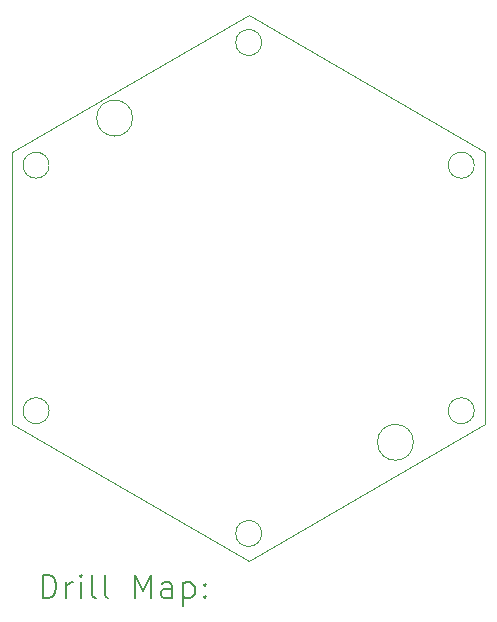
<source format=gbr>
%TF.GenerationSoftware,KiCad,Pcbnew,7.0.5*%
%TF.CreationDate,2024-01-24T02:21:03-05:00*%
%TF.ProjectId,LORA_ADAPTER,4c4f5241-5f41-4444-9150-5445522e6b69,rev?*%
%TF.SameCoordinates,Original*%
%TF.FileFunction,Drillmap*%
%TF.FilePolarity,Positive*%
%FSLAX45Y45*%
G04 Gerber Fmt 4.5, Leading zero omitted, Abs format (unit mm)*
G04 Created by KiCad (PCBNEW 7.0.5) date 2024-01-24 02:21:03*
%MOMM*%
%LPD*%
G01*
G04 APERTURE LIST*
%ADD10C,0.100000*%
%ADD11C,0.200000*%
G04 APERTURE END LIST*
D10*
X16410569Y-11316931D02*
G75*
G03*
X16410569Y-11316931I-152069J0D01*
G01*
X13016000Y-8855761D02*
X13016000Y-11165162D01*
X16926000Y-11049692D02*
G75*
G03*
X16926000Y-11049692I-110000J0D01*
G01*
X14033069Y-8571931D02*
G75*
G03*
X14033069Y-8571931I-152069J0D01*
G01*
X13016000Y-11165162D02*
X15016000Y-12319862D01*
X16926000Y-8971231D02*
G75*
G03*
X16926000Y-8971231I-110000J0D01*
G01*
X13326000Y-8971231D02*
G75*
G03*
X13326000Y-8971231I-110000J0D01*
G01*
X15016000Y-7701060D02*
X13016000Y-8855761D01*
X17016000Y-8855761D02*
X15016000Y-7701060D01*
X15126000Y-7932000D02*
G75*
G03*
X15126000Y-7932000I-110000J0D01*
G01*
X15126000Y-12088922D02*
G75*
G03*
X15126000Y-12088922I-110000J0D01*
G01*
X17016000Y-11165162D02*
X17016000Y-8855761D01*
X15016000Y-12319862D02*
X17016000Y-11165162D01*
X13326000Y-11049692D02*
G75*
G03*
X13326000Y-11049692I-110000J0D01*
G01*
D11*
X13271777Y-12636346D02*
X13271777Y-12436346D01*
X13271777Y-12436346D02*
X13319396Y-12436346D01*
X13319396Y-12436346D02*
X13347967Y-12445870D01*
X13347967Y-12445870D02*
X13367015Y-12464917D01*
X13367015Y-12464917D02*
X13376539Y-12483965D01*
X13376539Y-12483965D02*
X13386062Y-12522060D01*
X13386062Y-12522060D02*
X13386062Y-12550632D01*
X13386062Y-12550632D02*
X13376539Y-12588727D01*
X13376539Y-12588727D02*
X13367015Y-12607774D01*
X13367015Y-12607774D02*
X13347967Y-12626822D01*
X13347967Y-12626822D02*
X13319396Y-12636346D01*
X13319396Y-12636346D02*
X13271777Y-12636346D01*
X13471777Y-12636346D02*
X13471777Y-12503012D01*
X13471777Y-12541108D02*
X13481301Y-12522060D01*
X13481301Y-12522060D02*
X13490824Y-12512536D01*
X13490824Y-12512536D02*
X13509872Y-12503012D01*
X13509872Y-12503012D02*
X13528920Y-12503012D01*
X13595586Y-12636346D02*
X13595586Y-12503012D01*
X13595586Y-12436346D02*
X13586062Y-12445870D01*
X13586062Y-12445870D02*
X13595586Y-12455393D01*
X13595586Y-12455393D02*
X13605110Y-12445870D01*
X13605110Y-12445870D02*
X13595586Y-12436346D01*
X13595586Y-12436346D02*
X13595586Y-12455393D01*
X13719396Y-12636346D02*
X13700348Y-12626822D01*
X13700348Y-12626822D02*
X13690824Y-12607774D01*
X13690824Y-12607774D02*
X13690824Y-12436346D01*
X13824158Y-12636346D02*
X13805110Y-12626822D01*
X13805110Y-12626822D02*
X13795586Y-12607774D01*
X13795586Y-12607774D02*
X13795586Y-12436346D01*
X14052729Y-12636346D02*
X14052729Y-12436346D01*
X14052729Y-12436346D02*
X14119396Y-12579203D01*
X14119396Y-12579203D02*
X14186062Y-12436346D01*
X14186062Y-12436346D02*
X14186062Y-12636346D01*
X14367015Y-12636346D02*
X14367015Y-12531584D01*
X14367015Y-12531584D02*
X14357491Y-12512536D01*
X14357491Y-12512536D02*
X14338443Y-12503012D01*
X14338443Y-12503012D02*
X14300348Y-12503012D01*
X14300348Y-12503012D02*
X14281301Y-12512536D01*
X14367015Y-12626822D02*
X14347967Y-12636346D01*
X14347967Y-12636346D02*
X14300348Y-12636346D01*
X14300348Y-12636346D02*
X14281301Y-12626822D01*
X14281301Y-12626822D02*
X14271777Y-12607774D01*
X14271777Y-12607774D02*
X14271777Y-12588727D01*
X14271777Y-12588727D02*
X14281301Y-12569679D01*
X14281301Y-12569679D02*
X14300348Y-12560155D01*
X14300348Y-12560155D02*
X14347967Y-12560155D01*
X14347967Y-12560155D02*
X14367015Y-12550632D01*
X14462253Y-12503012D02*
X14462253Y-12703012D01*
X14462253Y-12512536D02*
X14481301Y-12503012D01*
X14481301Y-12503012D02*
X14519396Y-12503012D01*
X14519396Y-12503012D02*
X14538443Y-12512536D01*
X14538443Y-12512536D02*
X14547967Y-12522060D01*
X14547967Y-12522060D02*
X14557491Y-12541108D01*
X14557491Y-12541108D02*
X14557491Y-12598251D01*
X14557491Y-12598251D02*
X14547967Y-12617298D01*
X14547967Y-12617298D02*
X14538443Y-12626822D01*
X14538443Y-12626822D02*
X14519396Y-12636346D01*
X14519396Y-12636346D02*
X14481301Y-12636346D01*
X14481301Y-12636346D02*
X14462253Y-12626822D01*
X14643205Y-12617298D02*
X14652729Y-12626822D01*
X14652729Y-12626822D02*
X14643205Y-12636346D01*
X14643205Y-12636346D02*
X14633682Y-12626822D01*
X14633682Y-12626822D02*
X14643205Y-12617298D01*
X14643205Y-12617298D02*
X14643205Y-12636346D01*
X14643205Y-12512536D02*
X14652729Y-12522060D01*
X14652729Y-12522060D02*
X14643205Y-12531584D01*
X14643205Y-12531584D02*
X14633682Y-12522060D01*
X14633682Y-12522060D02*
X14643205Y-12512536D01*
X14643205Y-12512536D02*
X14643205Y-12531584D01*
M02*

</source>
